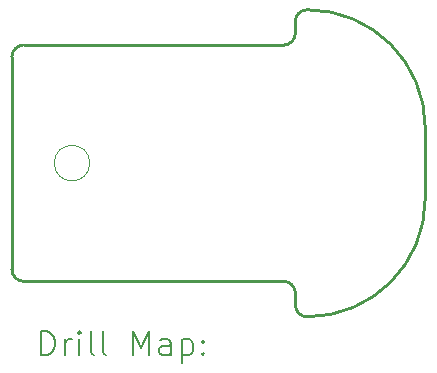
<source format=gbr>
%TF.GenerationSoftware,KiCad,Pcbnew,8.0.2*%
%TF.CreationDate,2024-08-15T08:24:57+02:00*%
%TF.ProjectId,ir-blaster,69722d62-6c61-4737-9465-722e6b696361,rev?*%
%TF.SameCoordinates,Original*%
%TF.FileFunction,Drillmap*%
%TF.FilePolarity,Positive*%
%FSLAX45Y45*%
G04 Gerber Fmt 4.5, Leading zero omitted, Abs format (unit mm)*
G04 Created by KiCad (PCBNEW 8.0.2) date 2024-08-15 08:24:57*
%MOMM*%
%LPD*%
G01*
G04 APERTURE LIST*
%ADD10C,0.250000*%
%ADD11C,0.050000*%
%ADD12C,0.200000*%
G04 APERTURE END LIST*
D10*
X8791000Y-3976000D02*
X8791000Y-4576000D01*
X7591000Y-3276000D02*
X5391000Y-3276000D01*
X5291000Y-5176000D02*
X5291000Y-3376000D01*
X7791000Y-5576000D02*
G75*
G02*
X7691000Y-5476000I0J100000D01*
G01*
X7791000Y-2976000D02*
G75*
G02*
X8791000Y-3976000I0J-1000000D01*
G01*
D11*
X5950000Y-4275000D02*
G75*
G02*
X5650000Y-4275000I-150000J0D01*
G01*
X5650000Y-4275000D02*
G75*
G02*
X5950000Y-4275000I150000J0D01*
G01*
D10*
X7691000Y-3076000D02*
X7691000Y-3176000D01*
X5391000Y-5276000D02*
G75*
G02*
X5291000Y-5176000I0J100000D01*
G01*
X7591000Y-5276000D02*
G75*
G02*
X7691000Y-5376000I0J-100000D01*
G01*
X7691000Y-3176000D02*
G75*
G02*
X7591000Y-3276000I-100000J0D01*
G01*
X7691000Y-5476000D02*
X7691000Y-5376000D01*
X5291000Y-3376000D02*
G75*
G02*
X5391000Y-3276000I100000J0D01*
G01*
X7591000Y-5276000D02*
X5391000Y-5276000D01*
X8791000Y-4576000D02*
G75*
G02*
X7791000Y-5576000I-1000000J0D01*
G01*
X7691000Y-3076000D02*
G75*
G02*
X7791000Y-2976000I100000J0D01*
G01*
D12*
X5539277Y-5899984D02*
X5539277Y-5699984D01*
X5539277Y-5699984D02*
X5586896Y-5699984D01*
X5586896Y-5699984D02*
X5615467Y-5709508D01*
X5615467Y-5709508D02*
X5634515Y-5728555D01*
X5634515Y-5728555D02*
X5644039Y-5747603D01*
X5644039Y-5747603D02*
X5653562Y-5785698D01*
X5653562Y-5785698D02*
X5653562Y-5814269D01*
X5653562Y-5814269D02*
X5644039Y-5852365D01*
X5644039Y-5852365D02*
X5634515Y-5871412D01*
X5634515Y-5871412D02*
X5615467Y-5890460D01*
X5615467Y-5890460D02*
X5586896Y-5899984D01*
X5586896Y-5899984D02*
X5539277Y-5899984D01*
X5739277Y-5899984D02*
X5739277Y-5766650D01*
X5739277Y-5804746D02*
X5748801Y-5785698D01*
X5748801Y-5785698D02*
X5758324Y-5776174D01*
X5758324Y-5776174D02*
X5777372Y-5766650D01*
X5777372Y-5766650D02*
X5796420Y-5766650D01*
X5863086Y-5899984D02*
X5863086Y-5766650D01*
X5863086Y-5699984D02*
X5853562Y-5709508D01*
X5853562Y-5709508D02*
X5863086Y-5719031D01*
X5863086Y-5719031D02*
X5872610Y-5709508D01*
X5872610Y-5709508D02*
X5863086Y-5699984D01*
X5863086Y-5699984D02*
X5863086Y-5719031D01*
X5986896Y-5899984D02*
X5967848Y-5890460D01*
X5967848Y-5890460D02*
X5958324Y-5871412D01*
X5958324Y-5871412D02*
X5958324Y-5699984D01*
X6091658Y-5899984D02*
X6072610Y-5890460D01*
X6072610Y-5890460D02*
X6063086Y-5871412D01*
X6063086Y-5871412D02*
X6063086Y-5699984D01*
X6320229Y-5899984D02*
X6320229Y-5699984D01*
X6320229Y-5699984D02*
X6386896Y-5842841D01*
X6386896Y-5842841D02*
X6453562Y-5699984D01*
X6453562Y-5699984D02*
X6453562Y-5899984D01*
X6634515Y-5899984D02*
X6634515Y-5795222D01*
X6634515Y-5795222D02*
X6624991Y-5776174D01*
X6624991Y-5776174D02*
X6605943Y-5766650D01*
X6605943Y-5766650D02*
X6567848Y-5766650D01*
X6567848Y-5766650D02*
X6548801Y-5776174D01*
X6634515Y-5890460D02*
X6615467Y-5899984D01*
X6615467Y-5899984D02*
X6567848Y-5899984D01*
X6567848Y-5899984D02*
X6548801Y-5890460D01*
X6548801Y-5890460D02*
X6539277Y-5871412D01*
X6539277Y-5871412D02*
X6539277Y-5852365D01*
X6539277Y-5852365D02*
X6548801Y-5833317D01*
X6548801Y-5833317D02*
X6567848Y-5823793D01*
X6567848Y-5823793D02*
X6615467Y-5823793D01*
X6615467Y-5823793D02*
X6634515Y-5814269D01*
X6729753Y-5766650D02*
X6729753Y-5966650D01*
X6729753Y-5776174D02*
X6748801Y-5766650D01*
X6748801Y-5766650D02*
X6786896Y-5766650D01*
X6786896Y-5766650D02*
X6805943Y-5776174D01*
X6805943Y-5776174D02*
X6815467Y-5785698D01*
X6815467Y-5785698D02*
X6824991Y-5804746D01*
X6824991Y-5804746D02*
X6824991Y-5861888D01*
X6824991Y-5861888D02*
X6815467Y-5880936D01*
X6815467Y-5880936D02*
X6805943Y-5890460D01*
X6805943Y-5890460D02*
X6786896Y-5899984D01*
X6786896Y-5899984D02*
X6748801Y-5899984D01*
X6748801Y-5899984D02*
X6729753Y-5890460D01*
X6910705Y-5880936D02*
X6920229Y-5890460D01*
X6920229Y-5890460D02*
X6910705Y-5899984D01*
X6910705Y-5899984D02*
X6901182Y-5890460D01*
X6901182Y-5890460D02*
X6910705Y-5880936D01*
X6910705Y-5880936D02*
X6910705Y-5899984D01*
X6910705Y-5776174D02*
X6920229Y-5785698D01*
X6920229Y-5785698D02*
X6910705Y-5795222D01*
X6910705Y-5795222D02*
X6901182Y-5785698D01*
X6901182Y-5785698D02*
X6910705Y-5776174D01*
X6910705Y-5776174D02*
X6910705Y-5795222D01*
M02*

</source>
